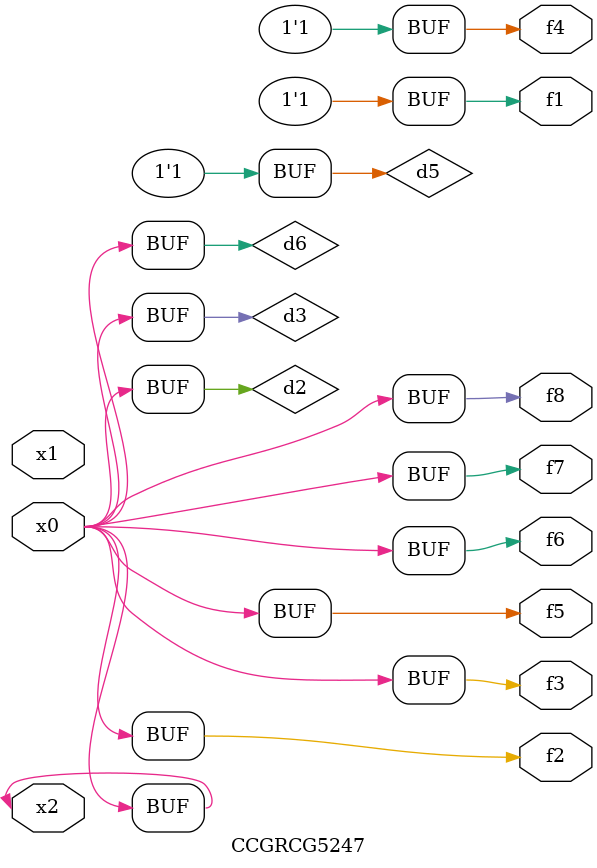
<source format=v>
module CCGRCG5247(
	input x0, x1, x2,
	output f1, f2, f3, f4, f5, f6, f7, f8
);

	wire d1, d2, d3, d4, d5, d6;

	xnor (d1, x2);
	buf (d2, x0, x2);
	and (d3, x0);
	xnor (d4, x1, x2);
	nand (d5, d1, d3);
	buf (d6, d2, d3);
	assign f1 = d5;
	assign f2 = d6;
	assign f3 = d6;
	assign f4 = d5;
	assign f5 = d6;
	assign f6 = d6;
	assign f7 = d6;
	assign f8 = d6;
endmodule

</source>
